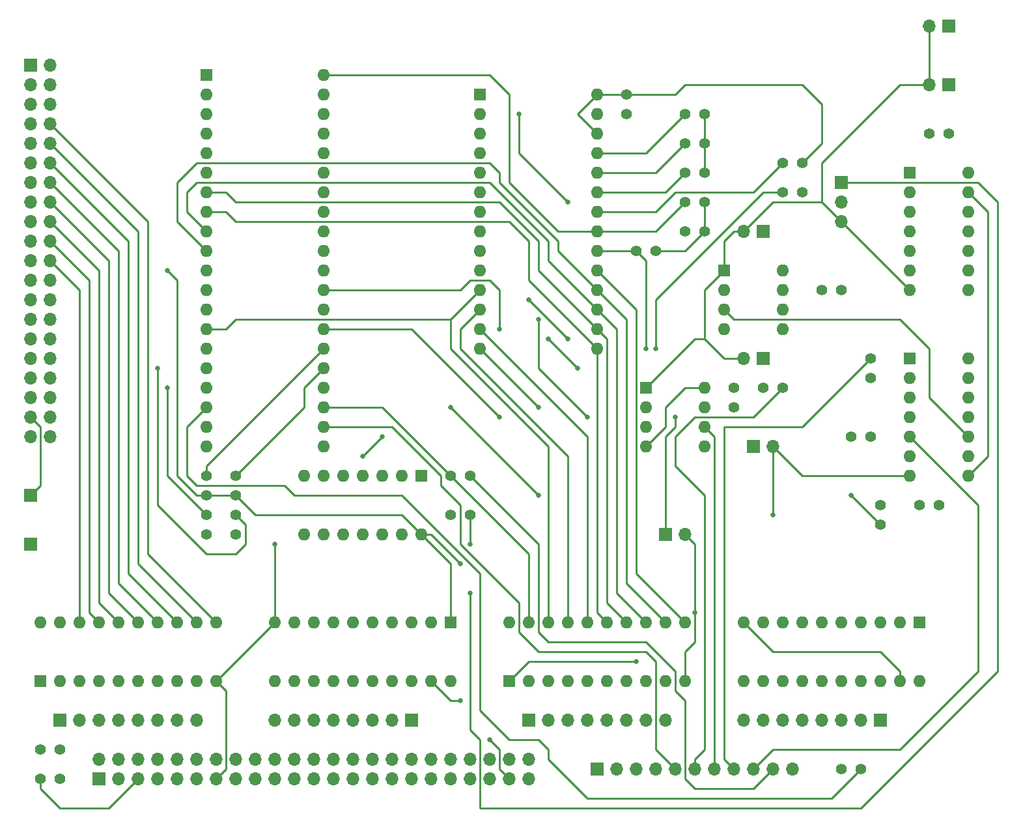
<source format=gbl>
G04 #@! TF.FileFunction,Copper,L2,Bot,Mixed*
%FSLAX46Y46*%
G04 Gerber Fmt 4.6, Leading zero omitted, Abs format (unit mm)*
G04 Created by KiCad (PCBNEW 4.0.5) date 04/19/17 20:50:32*
%MOMM*%
%LPD*%
G01*
G04 APERTURE LIST*
%ADD10C,0.127000*%
%ADD11R,1.600000X1.600000*%
%ADD12O,1.600000X1.600000*%
%ADD13R,1.700000X1.700000*%
%ADD14O,1.700000X1.700000*%
%ADD15C,1.397000*%
%ADD16C,0.635000*%
%ADD17C,0.254000*%
G04 APERTURE END LIST*
D10*
D11*
X58420000Y-73660000D03*
D12*
X73660000Y-121920000D03*
X58420000Y-76200000D03*
X73660000Y-119380000D03*
X58420000Y-78740000D03*
X73660000Y-116840000D03*
X58420000Y-81280000D03*
X73660000Y-114300000D03*
X58420000Y-83820000D03*
X73660000Y-111760000D03*
X58420000Y-86360000D03*
X73660000Y-109220000D03*
X58420000Y-88900000D03*
X73660000Y-106680000D03*
X58420000Y-91440000D03*
X73660000Y-104140000D03*
X58420000Y-93980000D03*
X73660000Y-101600000D03*
X58420000Y-96520000D03*
X73660000Y-99060000D03*
X58420000Y-99060000D03*
X73660000Y-96520000D03*
X58420000Y-101600000D03*
X73660000Y-93980000D03*
X58420000Y-104140000D03*
X73660000Y-91440000D03*
X58420000Y-106680000D03*
X73660000Y-88900000D03*
X58420000Y-109220000D03*
X73660000Y-86360000D03*
X58420000Y-111760000D03*
X73660000Y-83820000D03*
X58420000Y-114300000D03*
X73660000Y-81280000D03*
X58420000Y-116840000D03*
X73660000Y-78740000D03*
X58420000Y-119380000D03*
X73660000Y-76200000D03*
X58420000Y-121920000D03*
X73660000Y-73660000D03*
D11*
X93980000Y-76200000D03*
D12*
X109220000Y-109220000D03*
X93980000Y-78740000D03*
X109220000Y-106680000D03*
X93980000Y-81280000D03*
X109220000Y-104140000D03*
X93980000Y-83820000D03*
X109220000Y-101600000D03*
X93980000Y-86360000D03*
X109220000Y-99060000D03*
X93980000Y-88900000D03*
X109220000Y-96520000D03*
X93980000Y-91440000D03*
X109220000Y-93980000D03*
X93980000Y-93980000D03*
X109220000Y-91440000D03*
X93980000Y-96520000D03*
X109220000Y-88900000D03*
X93980000Y-99060000D03*
X109220000Y-86360000D03*
X93980000Y-101600000D03*
X109220000Y-83820000D03*
X93980000Y-104140000D03*
X109220000Y-81280000D03*
X93980000Y-106680000D03*
X109220000Y-78740000D03*
X93980000Y-109220000D03*
X109220000Y-76200000D03*
D13*
X35560000Y-72390000D03*
D14*
X38100000Y-72390000D03*
X35560000Y-74930000D03*
X38100000Y-74930000D03*
X35560000Y-77470000D03*
X38100000Y-77470000D03*
X35560000Y-80010000D03*
X38100000Y-80010000D03*
X35560000Y-82550000D03*
X38100000Y-82550000D03*
X35560000Y-85090000D03*
X38100000Y-85090000D03*
X35560000Y-87630000D03*
X38100000Y-87630000D03*
X35560000Y-90170000D03*
X38100000Y-90170000D03*
X35560000Y-92710000D03*
X38100000Y-92710000D03*
X35560000Y-95250000D03*
X38100000Y-95250000D03*
X35560000Y-97790000D03*
X38100000Y-97790000D03*
X35560000Y-100330000D03*
X38100000Y-100330000D03*
X35560000Y-102870000D03*
X38100000Y-102870000D03*
X35560000Y-105410000D03*
X38100000Y-105410000D03*
X35560000Y-107950000D03*
X38100000Y-107950000D03*
X35560000Y-110490000D03*
X38100000Y-110490000D03*
X35560000Y-113030000D03*
X38100000Y-113030000D03*
X35560000Y-115570000D03*
X38100000Y-115570000D03*
X35560000Y-118110000D03*
X38100000Y-118110000D03*
X35560000Y-120650000D03*
X38100000Y-120650000D03*
D13*
X129540000Y-121920000D03*
D14*
X132080000Y-121920000D03*
D13*
X130810000Y-110490000D03*
D14*
X128270000Y-110490000D03*
D13*
X130810000Y-93980000D03*
D14*
X128270000Y-93980000D03*
D13*
X154940000Y-74930000D03*
D14*
X152400000Y-74930000D03*
D13*
X154940000Y-67310000D03*
D14*
X152400000Y-67310000D03*
D13*
X44450000Y-165100000D03*
D14*
X44450000Y-162560000D03*
X46990000Y-165100000D03*
X46990000Y-162560000D03*
X49530000Y-165100000D03*
X49530000Y-162560000D03*
X52070000Y-165100000D03*
X52070000Y-162560000D03*
X54610000Y-165100000D03*
X54610000Y-162560000D03*
X57150000Y-165100000D03*
X57150000Y-162560000D03*
X59690000Y-165100000D03*
X59690000Y-162560000D03*
X62230000Y-165100000D03*
X62230000Y-162560000D03*
X64770000Y-165100000D03*
X64770000Y-162560000D03*
X67310000Y-165100000D03*
X67310000Y-162560000D03*
X69850000Y-165100000D03*
X69850000Y-162560000D03*
X72390000Y-165100000D03*
X72390000Y-162560000D03*
X74930000Y-165100000D03*
X74930000Y-162560000D03*
X77470000Y-165100000D03*
X77470000Y-162560000D03*
X80010000Y-165100000D03*
X80010000Y-162560000D03*
X82550000Y-165100000D03*
X82550000Y-162560000D03*
X85090000Y-165100000D03*
X85090000Y-162560000D03*
X87630000Y-165100000D03*
X87630000Y-162560000D03*
X90170000Y-165100000D03*
X90170000Y-162560000D03*
X92710000Y-165100000D03*
X92710000Y-162560000D03*
X95250000Y-165100000D03*
X95250000Y-162560000D03*
X97790000Y-165100000D03*
X97790000Y-162560000D03*
X100330000Y-165100000D03*
X100330000Y-162560000D03*
D13*
X39370000Y-157480000D03*
D14*
X41910000Y-157480000D03*
X44450000Y-157480000D03*
X46990000Y-157480000D03*
X49530000Y-157480000D03*
X52070000Y-157480000D03*
X54610000Y-157480000D03*
X57150000Y-157480000D03*
D13*
X100330000Y-157480000D03*
D14*
X102870000Y-157480000D03*
X105410000Y-157480000D03*
X107950000Y-157480000D03*
X110490000Y-157480000D03*
X113030000Y-157480000D03*
X115570000Y-157480000D03*
X118110000Y-157480000D03*
D13*
X85090000Y-157480000D03*
D14*
X82550000Y-157480000D03*
X80010000Y-157480000D03*
X77470000Y-157480000D03*
X74930000Y-157480000D03*
X72390000Y-157480000D03*
X69850000Y-157480000D03*
X67310000Y-157480000D03*
D13*
X146050000Y-157480000D03*
D14*
X143510000Y-157480000D03*
X140970000Y-157480000D03*
X138430000Y-157480000D03*
X135890000Y-157480000D03*
X133350000Y-157480000D03*
X130810000Y-157480000D03*
X128270000Y-157480000D03*
D13*
X109220000Y-163830000D03*
D14*
X111760000Y-163830000D03*
X114300000Y-163830000D03*
X116840000Y-163830000D03*
X119380000Y-163830000D03*
X121920000Y-163830000D03*
X124460000Y-163830000D03*
X127000000Y-163830000D03*
X129540000Y-163830000D03*
X132080000Y-163830000D03*
X134620000Y-163830000D03*
D13*
X140970000Y-87630000D03*
D14*
X140970000Y-90170000D03*
X140970000Y-92710000D03*
D15*
X133350000Y-88900000D03*
X135890000Y-88900000D03*
X92710000Y-130810000D03*
X90170000Y-130810000D03*
X133350000Y-85090000D03*
X135890000Y-85090000D03*
X113030000Y-78740000D03*
X113030000Y-76200000D03*
X62230000Y-125730000D03*
X62230000Y-128270000D03*
X58420000Y-125730000D03*
X58420000Y-128270000D03*
X144780000Y-110490000D03*
X144780000Y-113030000D03*
X142240000Y-120650000D03*
X144780000Y-120650000D03*
X140970000Y-101600000D03*
X138430000Y-101600000D03*
X130810000Y-114300000D03*
X133350000Y-114300000D03*
X127000000Y-114300000D03*
X127000000Y-116840000D03*
X154940000Y-81280000D03*
X152400000Y-81280000D03*
X92710000Y-125730000D03*
X90170000Y-125730000D03*
X140970000Y-163830000D03*
X143510000Y-163830000D03*
X114300000Y-96520000D03*
X116840000Y-96520000D03*
X146050000Y-132080000D03*
X146050000Y-129540000D03*
X39370000Y-161290000D03*
X36830000Y-161290000D03*
X39370000Y-165100000D03*
X36830000Y-165100000D03*
D11*
X86360000Y-125730000D03*
D12*
X71120000Y-133350000D03*
X83820000Y-125730000D03*
X73660000Y-133350000D03*
X81280000Y-125730000D03*
X76200000Y-133350000D03*
X78740000Y-125730000D03*
X78740000Y-133350000D03*
X76200000Y-125730000D03*
X81280000Y-133350000D03*
X73660000Y-125730000D03*
X83820000Y-133350000D03*
X71120000Y-125730000D03*
X86360000Y-133350000D03*
D11*
X36830000Y-152400000D03*
D12*
X59690000Y-144780000D03*
X39370000Y-152400000D03*
X57150000Y-144780000D03*
X41910000Y-152400000D03*
X54610000Y-144780000D03*
X44450000Y-152400000D03*
X52070000Y-144780000D03*
X46990000Y-152400000D03*
X49530000Y-144780000D03*
X49530000Y-152400000D03*
X46990000Y-144780000D03*
X52070000Y-152400000D03*
X44450000Y-144780000D03*
X54610000Y-152400000D03*
X41910000Y-144780000D03*
X57150000Y-152400000D03*
X39370000Y-144780000D03*
X59690000Y-152400000D03*
X36830000Y-144780000D03*
D11*
X97790000Y-152400000D03*
D12*
X120650000Y-144780000D03*
X100330000Y-152400000D03*
X118110000Y-144780000D03*
X102870000Y-152400000D03*
X115570000Y-144780000D03*
X105410000Y-152400000D03*
X113030000Y-144780000D03*
X107950000Y-152400000D03*
X110490000Y-144780000D03*
X110490000Y-152400000D03*
X107950000Y-144780000D03*
X113030000Y-152400000D03*
X105410000Y-144780000D03*
X115570000Y-152400000D03*
X102870000Y-144780000D03*
X118110000Y-152400000D03*
X100330000Y-144780000D03*
X120650000Y-152400000D03*
X97790000Y-144780000D03*
D11*
X90170000Y-144780000D03*
D12*
X67310000Y-152400000D03*
X87630000Y-144780000D03*
X69850000Y-152400000D03*
X85090000Y-144780000D03*
X72390000Y-152400000D03*
X82550000Y-144780000D03*
X74930000Y-152400000D03*
X80010000Y-144780000D03*
X77470000Y-152400000D03*
X77470000Y-144780000D03*
X80010000Y-152400000D03*
X74930000Y-144780000D03*
X82550000Y-152400000D03*
X72390000Y-144780000D03*
X85090000Y-152400000D03*
X69850000Y-144780000D03*
X87630000Y-152400000D03*
X67310000Y-144780000D03*
X90170000Y-152400000D03*
D11*
X151130000Y-144780000D03*
D12*
X128270000Y-152400000D03*
X148590000Y-144780000D03*
X130810000Y-152400000D03*
X146050000Y-144780000D03*
X133350000Y-152400000D03*
X143510000Y-144780000D03*
X135890000Y-152400000D03*
X140970000Y-144780000D03*
X138430000Y-152400000D03*
X138430000Y-144780000D03*
X140970000Y-152400000D03*
X135890000Y-144780000D03*
X143510000Y-152400000D03*
X133350000Y-144780000D03*
X146050000Y-152400000D03*
X130810000Y-144780000D03*
X148590000Y-152400000D03*
X128270000Y-144780000D03*
X151130000Y-152400000D03*
D11*
X115570000Y-114300000D03*
D12*
X123190000Y-121920000D03*
X115570000Y-116840000D03*
X123190000Y-119380000D03*
X115570000Y-119380000D03*
X123190000Y-116840000D03*
X115570000Y-121920000D03*
X123190000Y-114300000D03*
D11*
X125730000Y-99060000D03*
D12*
X133350000Y-106680000D03*
X125730000Y-101600000D03*
X133350000Y-104140000D03*
X125730000Y-104140000D03*
X133350000Y-101600000D03*
X125730000Y-106680000D03*
X133350000Y-99060000D03*
D11*
X149860000Y-110490000D03*
D12*
X157480000Y-125730000D03*
X149860000Y-113030000D03*
X157480000Y-123190000D03*
X149860000Y-115570000D03*
X157480000Y-120650000D03*
X149860000Y-118110000D03*
X157480000Y-118110000D03*
X149860000Y-120650000D03*
X157480000Y-115570000D03*
X149860000Y-123190000D03*
X157480000Y-113030000D03*
X149860000Y-125730000D03*
X157480000Y-110490000D03*
D11*
X149860000Y-86360000D03*
D12*
X157480000Y-101600000D03*
X149860000Y-88900000D03*
X157480000Y-99060000D03*
X149860000Y-91440000D03*
X157480000Y-96520000D03*
X149860000Y-93980000D03*
X157480000Y-93980000D03*
X149860000Y-96520000D03*
X157480000Y-91440000D03*
X149860000Y-99060000D03*
X157480000Y-88900000D03*
X149860000Y-101600000D03*
X157480000Y-86360000D03*
D13*
X118110000Y-133350000D03*
D14*
X120650000Y-133350000D03*
D15*
X58420000Y-133350000D03*
X58420000Y-130810000D03*
X62230000Y-133350000D03*
X62230000Y-130810000D03*
X153670000Y-129540000D03*
X151130000Y-129540000D03*
D13*
X35560000Y-128270000D03*
X35560000Y-134620000D03*
D15*
X120650000Y-78740000D03*
X123190000Y-78740000D03*
X120650000Y-82550000D03*
X123190000Y-82550000D03*
X120650000Y-90170000D03*
X123190000Y-90170000D03*
X120650000Y-86360000D03*
X123190000Y-86360000D03*
X120650000Y-93980000D03*
X123190000Y-93980000D03*
D16*
X96520000Y-106680000D03*
X132080000Y-130810000D03*
X114300000Y-149860000D03*
X95250000Y-160020000D03*
X91440000Y-154940000D03*
X121920000Y-143510000D03*
X67310000Y-134620000D03*
X101600000Y-116840000D03*
X53340000Y-99060000D03*
X92710000Y-134620000D03*
X91440000Y-137160000D03*
X142240000Y-128270000D03*
X99060000Y-78740000D03*
X105410000Y-90170000D03*
X107950000Y-118110000D03*
X101600000Y-105410000D03*
X105410000Y-107950000D03*
X100330000Y-102870000D03*
X96520000Y-118110000D03*
X52070000Y-111760000D03*
X53340000Y-114300000D03*
X101600000Y-128270000D03*
X90170000Y-116840000D03*
X116840000Y-109220000D03*
X92710000Y-140970000D03*
X119380000Y-118110000D03*
X115570000Y-109220000D03*
X106680000Y-111760000D03*
X102870000Y-107950000D03*
X81280000Y-120650000D03*
X78740000Y-123190000D03*
D17*
X73660000Y-101600000D02*
X91440000Y-101600000D01*
X96520000Y-101600000D02*
X96520000Y-106680000D01*
X95250000Y-100330000D02*
X96520000Y-101600000D01*
X92710000Y-100330000D02*
X95250000Y-100330000D01*
X91440000Y-101600000D02*
X92710000Y-100330000D01*
X121920000Y-143510000D02*
X121920000Y-134620000D01*
X121920000Y-134620000D02*
X120650000Y-133350000D01*
X123190000Y-93980000D02*
X120650000Y-96520000D01*
X120650000Y-96520000D02*
X116840000Y-96520000D01*
X123190000Y-82550000D02*
X123190000Y-78740000D01*
X123190000Y-86360000D02*
X123190000Y-82550000D01*
X123190000Y-93980000D02*
X123190000Y-90170000D01*
X132080000Y-130810000D02*
X132080000Y-121920000D01*
X97790000Y-152400000D02*
X100330000Y-149860000D01*
X100330000Y-149860000D02*
X114300000Y-149860000D01*
X97790000Y-165100000D02*
X96520000Y-163830000D01*
X96520000Y-161290000D02*
X95250000Y-160020000D01*
X96520000Y-163830000D02*
X96520000Y-161290000D01*
X90170000Y-154940000D02*
X87630000Y-152400000D01*
X91440000Y-154940000D02*
X90170000Y-154940000D01*
X120650000Y-152400000D02*
X120650000Y-148590000D01*
X120650000Y-148590000D02*
X121920000Y-147320000D01*
X121920000Y-147320000D02*
X121920000Y-143510000D01*
X59690000Y-152400000D02*
X67310000Y-144780000D01*
X59690000Y-165100000D02*
X60960000Y-163830000D01*
X60960000Y-153670000D02*
X59690000Y-152400000D01*
X60960000Y-163830000D02*
X60960000Y-153670000D01*
X36830000Y-165100000D02*
X36830000Y-166370000D01*
X45720000Y-168910000D02*
X49530000Y-165100000D01*
X39370000Y-168910000D02*
X45720000Y-168910000D01*
X36830000Y-166370000D02*
X39370000Y-168910000D01*
X67310000Y-134620000D02*
X67310000Y-144780000D01*
X101600000Y-116840000D02*
X93980000Y-109220000D01*
X148590000Y-152400000D02*
X148590000Y-151130000D01*
X148590000Y-151130000D02*
X146050000Y-148590000D01*
X132080000Y-148590000D02*
X128270000Y-144780000D01*
X146050000Y-148590000D02*
X132080000Y-148590000D01*
X149860000Y-125730000D02*
X135890000Y-125730000D01*
X135890000Y-125730000D02*
X132080000Y-121920000D01*
X115570000Y-114300000D02*
X121920000Y-107950000D01*
X121920000Y-107950000D02*
X123190000Y-107950000D01*
X128270000Y-110490000D02*
X125730000Y-110490000D01*
X123190000Y-101600000D02*
X125730000Y-99060000D01*
X123190000Y-107950000D02*
X123190000Y-101600000D01*
X125730000Y-110490000D02*
X123190000Y-107950000D01*
X128270000Y-93980000D02*
X127000000Y-93980000D01*
X125730000Y-95250000D02*
X125730000Y-99060000D01*
X127000000Y-93980000D02*
X125730000Y-95250000D01*
X128270000Y-93980000D02*
X130810000Y-91440000D01*
X132080000Y-90170000D02*
X138430000Y-90170000D01*
X130810000Y-91440000D02*
X132080000Y-90170000D01*
X149860000Y-101600000D02*
X140970000Y-92710000D01*
X140970000Y-92710000D02*
X138430000Y-90170000D01*
X148590000Y-74930000D02*
X152400000Y-74930000D01*
X138430000Y-85090000D02*
X148590000Y-74930000D01*
X138430000Y-90170000D02*
X138430000Y-85090000D01*
X152400000Y-67310000D02*
X152400000Y-74930000D01*
X109220000Y-81280000D02*
X106680000Y-78740000D01*
X106680000Y-78740000D02*
X109220000Y-76200000D01*
X115570000Y-121920000D02*
X118110000Y-119380000D01*
X120650000Y-114300000D02*
X123190000Y-114300000D01*
X118110000Y-116840000D02*
X120650000Y-114300000D01*
X118110000Y-119380000D02*
X118110000Y-116840000D01*
X146050000Y-132080000D02*
X142240000Y-128270000D01*
X58420000Y-128270000D02*
X57150000Y-128270000D01*
X54610000Y-100330000D02*
X53340000Y-99060000D01*
X54610000Y-125730000D02*
X54610000Y-100330000D01*
X57150000Y-128270000D02*
X54610000Y-125730000D01*
X86360000Y-133350000D02*
X87630000Y-133350000D01*
X92710000Y-134620000D02*
X92710000Y-130810000D01*
X87630000Y-133350000D02*
X91440000Y-137160000D01*
X90170000Y-144780000D02*
X90170000Y-137160000D01*
X90170000Y-137160000D02*
X86360000Y-133350000D01*
X62230000Y-128270000D02*
X58420000Y-128270000D01*
X86360000Y-133350000D02*
X83820000Y-130810000D01*
X83820000Y-130810000D02*
X64770000Y-130810000D01*
X64770000Y-130810000D02*
X62230000Y-128270000D01*
X135890000Y-74930000D02*
X138430000Y-77470000D01*
X138430000Y-82550000D02*
X135890000Y-85090000D01*
X138430000Y-77470000D02*
X138430000Y-82550000D01*
X128270000Y-74930000D02*
X135890000Y-74930000D01*
X120650000Y-74930000D02*
X128270000Y-74930000D01*
X113030000Y-76200000D02*
X119380000Y-76200000D01*
X119380000Y-76200000D02*
X120650000Y-74930000D01*
X109220000Y-76200000D02*
X113030000Y-76200000D01*
X109220000Y-88900000D02*
X118110000Y-88900000D01*
X118110000Y-88900000D02*
X120650000Y-86360000D01*
X109220000Y-93980000D02*
X116840000Y-93980000D01*
X116840000Y-93980000D02*
X120650000Y-90170000D01*
X109220000Y-93980000D02*
X104140000Y-93980000D01*
X95250000Y-73660000D02*
X73660000Y-73660000D01*
X97790000Y-76200000D02*
X95250000Y-73660000D01*
X97790000Y-87630000D02*
X97790000Y-76200000D01*
X104140000Y-93980000D02*
X97790000Y-87630000D01*
X99060000Y-83820000D02*
X99060000Y-78740000D01*
X105410000Y-90170000D02*
X99060000Y-83820000D01*
X109220000Y-86360000D02*
X116840000Y-86360000D01*
X116840000Y-86360000D02*
X120650000Y-82550000D01*
X109220000Y-83820000D02*
X115570000Y-83820000D01*
X115570000Y-83820000D02*
X120650000Y-78740000D01*
X59690000Y-144780000D02*
X50800000Y-135890000D01*
X50800000Y-92710000D02*
X38100000Y-80010000D01*
X50800000Y-135890000D02*
X50800000Y-92710000D01*
X57150000Y-144780000D02*
X49530000Y-137160000D01*
X49530000Y-93980000D02*
X38100000Y-82550000D01*
X49530000Y-137160000D02*
X49530000Y-93980000D01*
X101600000Y-111760000D02*
X101600000Y-105410000D01*
X107950000Y-118110000D02*
X101600000Y-111760000D01*
X54610000Y-144780000D02*
X48260000Y-138430000D01*
X48260000Y-95250000D02*
X38100000Y-85090000D01*
X48260000Y-138430000D02*
X48260000Y-95250000D01*
X58420000Y-88900000D02*
X60960000Y-88900000D01*
X101600000Y-99060000D02*
X109220000Y-106680000D01*
X101600000Y-95250000D02*
X101600000Y-99060000D01*
X96520000Y-90170000D02*
X101600000Y-95250000D01*
X62230000Y-90170000D02*
X96520000Y-90170000D01*
X60960000Y-88900000D02*
X62230000Y-90170000D01*
X113030000Y-144780000D02*
X110490000Y-142240000D01*
X110490000Y-142240000D02*
X110490000Y-107950000D01*
X110490000Y-107950000D02*
X109220000Y-106680000D01*
X52070000Y-144780000D02*
X46990000Y-139700000D01*
X46990000Y-96520000D02*
X38100000Y-87630000D01*
X46990000Y-139700000D02*
X46990000Y-96520000D01*
X58420000Y-91440000D02*
X60960000Y-91440000D01*
X100330000Y-100330000D02*
X109220000Y-109220000D01*
X100330000Y-95250000D02*
X100330000Y-100330000D01*
X97790000Y-92710000D02*
X100330000Y-95250000D01*
X62230000Y-92710000D02*
X97790000Y-92710000D01*
X60960000Y-91440000D02*
X62230000Y-92710000D01*
X110490000Y-144780000D02*
X109220000Y-143510000D01*
X109220000Y-143510000D02*
X109220000Y-109220000D01*
X49530000Y-144780000D02*
X45720000Y-140970000D01*
X45720000Y-97790000D02*
X38100000Y-90170000D01*
X45720000Y-140970000D02*
X45720000Y-97790000D01*
X58420000Y-93980000D02*
X55880000Y-91440000D01*
X102870000Y-97790000D02*
X109220000Y-104140000D01*
X102870000Y-95250000D02*
X102870000Y-97790000D01*
X95250000Y-87630000D02*
X102870000Y-95250000D01*
X57150000Y-87630000D02*
X95250000Y-87630000D01*
X55880000Y-88900000D02*
X57150000Y-87630000D01*
X55880000Y-91440000D02*
X55880000Y-88900000D01*
X115570000Y-144780000D02*
X111760000Y-140970000D01*
X111760000Y-140970000D02*
X111760000Y-106680000D01*
X111760000Y-106680000D02*
X109220000Y-104140000D01*
X46990000Y-144780000D02*
X44450000Y-142240000D01*
X44450000Y-99060000D02*
X38100000Y-92710000D01*
X44450000Y-142240000D02*
X44450000Y-99060000D01*
X58420000Y-96520000D02*
X54610000Y-92710000D01*
X104140000Y-96520000D02*
X109220000Y-101600000D01*
X104140000Y-95250000D02*
X104140000Y-96520000D01*
X96520000Y-87630000D02*
X104140000Y-95250000D01*
X96520000Y-86360000D02*
X96520000Y-87630000D01*
X95250000Y-85090000D02*
X96520000Y-86360000D01*
X57150000Y-85090000D02*
X95250000Y-85090000D01*
X54610000Y-87630000D02*
X57150000Y-85090000D01*
X54610000Y-88900000D02*
X54610000Y-87630000D01*
X54610000Y-92710000D02*
X54610000Y-88900000D01*
X118110000Y-144780000D02*
X113030000Y-139700000D01*
X113030000Y-139700000D02*
X113030000Y-105410000D01*
X113030000Y-105410000D02*
X109220000Y-101600000D01*
X44450000Y-144780000D02*
X43180000Y-143510000D01*
X43180000Y-100330000D02*
X38100000Y-95250000D01*
X43180000Y-143510000D02*
X43180000Y-100330000D01*
X41910000Y-144780000D02*
X41910000Y-101600000D01*
X41910000Y-101600000D02*
X38100000Y-97790000D01*
X107950000Y-144780000D02*
X107950000Y-120650000D01*
X107950000Y-120650000D02*
X93980000Y-106680000D01*
X100330000Y-102870000D02*
X105410000Y-107950000D01*
X120650000Y-144780000D02*
X114300000Y-138430000D01*
X114300000Y-104140000D02*
X109220000Y-99060000D01*
X114300000Y-138430000D02*
X114300000Y-104140000D01*
X102870000Y-144780000D02*
X102870000Y-121920000D01*
X90170000Y-109220000D02*
X90170000Y-105410000D01*
X102870000Y-121920000D02*
X90170000Y-109220000D01*
X58420000Y-106680000D02*
X60960000Y-106680000D01*
X60960000Y-106680000D02*
X62230000Y-105410000D01*
X62230000Y-105410000D02*
X90170000Y-105410000D01*
X93980000Y-101600000D02*
X90170000Y-105410000D01*
X73660000Y-106680000D02*
X85090000Y-106680000D01*
X85090000Y-106680000D02*
X96520000Y-118110000D01*
X105410000Y-144780000D02*
X105410000Y-123190000D01*
X91440000Y-106680000D02*
X93980000Y-104140000D01*
X91440000Y-109220000D02*
X91440000Y-106680000D01*
X105410000Y-123190000D02*
X91440000Y-109220000D01*
X58420000Y-125730000D02*
X58420000Y-124460000D01*
X58420000Y-124460000D02*
X73660000Y-109220000D01*
X62230000Y-130810000D02*
X63500000Y-132080000D01*
X52070000Y-129540000D02*
X52070000Y-111760000D01*
X58420000Y-135890000D02*
X52070000Y-129540000D01*
X62230000Y-135890000D02*
X58420000Y-135890000D01*
X63500000Y-134620000D02*
X62230000Y-135890000D01*
X63500000Y-132080000D02*
X63500000Y-134620000D01*
X62230000Y-125730000D02*
X71120000Y-116840000D01*
X71120000Y-114300000D02*
X73660000Y-111760000D01*
X71120000Y-116840000D02*
X71120000Y-114300000D01*
X58420000Y-130810000D02*
X53340000Y-125730000D01*
X53340000Y-125730000D02*
X53340000Y-114300000D01*
X101600000Y-128270000D02*
X90170000Y-116840000D01*
X92710000Y-137160000D02*
X93980000Y-138430000D01*
X139700000Y-167640000D02*
X107950000Y-167640000D01*
X143510000Y-163830000D02*
X139700000Y-167640000D01*
X93980000Y-156210000D02*
X93980000Y-138430000D01*
X97790000Y-160020000D02*
X93980000Y-156210000D01*
X101600000Y-160020000D02*
X97790000Y-160020000D01*
X102870000Y-161290000D02*
X101600000Y-160020000D01*
X102870000Y-162560000D02*
X102870000Y-161290000D01*
X107950000Y-167640000D02*
X102870000Y-162560000D01*
X92710000Y-137160000D02*
X83820000Y-128270000D01*
X68580000Y-127000000D02*
X57150000Y-127000000D01*
X55880000Y-119380000D02*
X58420000Y-116840000D01*
X55880000Y-125730000D02*
X55880000Y-119380000D01*
X57150000Y-127000000D02*
X55880000Y-125730000D01*
X69850000Y-128270000D02*
X68580000Y-127000000D01*
X83820000Y-128270000D02*
X69850000Y-128270000D01*
X116840000Y-102870000D02*
X116840000Y-109220000D01*
X133350000Y-88900000D02*
X130810000Y-88900000D01*
X130810000Y-88900000D02*
X116840000Y-102870000D01*
X100330000Y-144780000D02*
X100330000Y-135890000D01*
X92710000Y-128270000D02*
X90170000Y-125730000D01*
X100330000Y-135890000D02*
X92710000Y-128270000D01*
X73660000Y-116840000D02*
X81280000Y-116840000D01*
X81280000Y-116840000D02*
X90170000Y-125730000D01*
X35560000Y-128270000D02*
X36830000Y-127000000D01*
X36830000Y-119380000D02*
X35560000Y-118110000D01*
X36830000Y-127000000D02*
X36830000Y-119380000D01*
X91440000Y-133350000D02*
X91440000Y-134620000D01*
X91440000Y-134620000D02*
X99060000Y-142240000D01*
X73660000Y-119380000D02*
X82550000Y-119380000D01*
X116840000Y-161290000D02*
X119380000Y-163830000D01*
X116840000Y-149860000D02*
X116840000Y-161290000D01*
X115570000Y-148590000D02*
X116840000Y-149860000D01*
X101600000Y-148590000D02*
X115570000Y-148590000D01*
X99060000Y-146050000D02*
X101600000Y-148590000D01*
X99060000Y-142240000D02*
X99060000Y-146050000D01*
X91440000Y-129540000D02*
X91440000Y-133350000D01*
X88900000Y-127000000D02*
X91440000Y-129540000D01*
X88900000Y-125730000D02*
X88900000Y-127000000D01*
X82550000Y-119380000D02*
X88900000Y-125730000D01*
X109220000Y-91440000D02*
X116840000Y-91440000D01*
X129540000Y-88900000D02*
X133350000Y-85090000D01*
X119380000Y-88900000D02*
X129540000Y-88900000D01*
X116840000Y-91440000D02*
X119380000Y-88900000D01*
X121920000Y-163830000D02*
X121920000Y-162560000D01*
X129540000Y-118110000D02*
X133350000Y-114300000D01*
X121920000Y-118110000D02*
X129540000Y-118110000D01*
X119380000Y-120650000D02*
X121920000Y-118110000D01*
X119380000Y-124460000D02*
X119380000Y-120650000D01*
X123190000Y-128270000D02*
X119380000Y-124460000D01*
X123190000Y-161290000D02*
X123190000Y-128270000D01*
X121920000Y-162560000D02*
X123190000Y-161290000D01*
X127000000Y-163830000D02*
X125730000Y-162560000D01*
X135890000Y-119380000D02*
X144780000Y-110490000D01*
X125730000Y-119380000D02*
X135890000Y-119380000D01*
X125730000Y-162560000D02*
X125730000Y-119380000D01*
X129540000Y-163830000D02*
X132080000Y-161290000D01*
X158750000Y-129540000D02*
X149860000Y-120650000D01*
X158750000Y-151130000D02*
X158750000Y-129540000D01*
X148590000Y-161290000D02*
X158750000Y-151130000D01*
X132080000Y-161290000D02*
X148590000Y-161290000D01*
X132080000Y-163830000D02*
X129540000Y-166370000D01*
X101600000Y-134620000D02*
X92710000Y-125730000D01*
X101600000Y-146050000D02*
X101600000Y-134620000D01*
X102870000Y-147320000D02*
X101600000Y-146050000D01*
X115570000Y-147320000D02*
X102870000Y-147320000D01*
X119380000Y-151130000D02*
X115570000Y-147320000D01*
X119380000Y-153670000D02*
X119380000Y-151130000D01*
X120650000Y-154940000D02*
X119380000Y-153670000D01*
X120650000Y-165100000D02*
X120650000Y-154940000D01*
X121920000Y-166370000D02*
X120650000Y-165100000D01*
X129540000Y-166370000D02*
X121920000Y-166370000D01*
X158750000Y-87630000D02*
X140970000Y-87630000D01*
X161290000Y-90170000D02*
X158750000Y-87630000D01*
X161290000Y-151130000D02*
X161290000Y-90170000D01*
X143510000Y-168910000D02*
X161290000Y-151130000D01*
X93980000Y-168910000D02*
X143510000Y-168910000D01*
X93980000Y-160020000D02*
X93980000Y-168910000D01*
X92710000Y-158750000D02*
X93980000Y-160020000D01*
X92710000Y-140970000D02*
X92710000Y-158750000D01*
X157480000Y-120650000D02*
X154940000Y-118110000D01*
X127000000Y-105410000D02*
X125730000Y-104140000D01*
X148590000Y-105410000D02*
X127000000Y-105410000D01*
X149860000Y-106680000D02*
X148590000Y-105410000D01*
X152400000Y-109220000D02*
X149860000Y-106680000D01*
X152400000Y-110490000D02*
X152400000Y-109220000D01*
X152400000Y-115570000D02*
X152400000Y-110490000D01*
X154940000Y-118110000D02*
X152400000Y-115570000D01*
X157480000Y-125730000D02*
X160020000Y-123190000D01*
X160020000Y-91440000D02*
X157480000Y-88900000D01*
X160020000Y-123190000D02*
X160020000Y-91440000D01*
X118110000Y-133350000D02*
X118110000Y-120650000D01*
X119380000Y-119380000D02*
X119380000Y-118110000D01*
X118110000Y-120650000D02*
X119380000Y-119380000D01*
X124460000Y-163830000D02*
X124460000Y-120650000D01*
X124460000Y-120650000D02*
X123190000Y-119380000D01*
X115570000Y-97790000D02*
X114300000Y-96520000D01*
X115570000Y-109220000D02*
X115570000Y-97790000D01*
X102870000Y-107950000D02*
X106680000Y-111760000D01*
X78740000Y-123190000D02*
X81280000Y-120650000D01*
X109220000Y-96520000D02*
X114300000Y-96520000D01*
M02*

</source>
